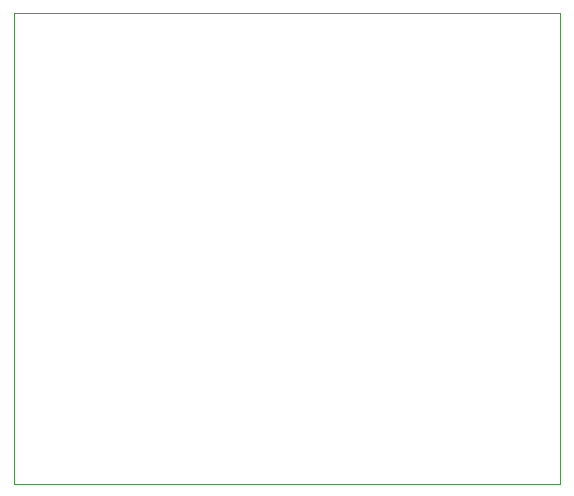
<source format=gbr>
%TF.GenerationSoftware,KiCad,Pcbnew,7.0.1*%
%TF.CreationDate,2023-04-21T09:55:58+02:00*%
%TF.ProjectId,hond,686f6e64-2e6b-4696-9361-645f70636258,rev?*%
%TF.SameCoordinates,Original*%
%TF.FileFunction,Profile,NP*%
%FSLAX46Y46*%
G04 Gerber Fmt 4.6, Leading zero omitted, Abs format (unit mm)*
G04 Created by KiCad (PCBNEW 7.0.1) date 2023-04-21 09:55:58*
%MOMM*%
%LPD*%
G01*
G04 APERTURE LIST*
%TA.AperFunction,Profile*%
%ADD10C,0.100000*%
%TD*%
G04 APERTURE END LIST*
D10*
X102743000Y-48768000D02*
X148971000Y-48768000D01*
X148971000Y-88646000D01*
X102743000Y-88646000D01*
X102743000Y-48768000D01*
M02*

</source>
